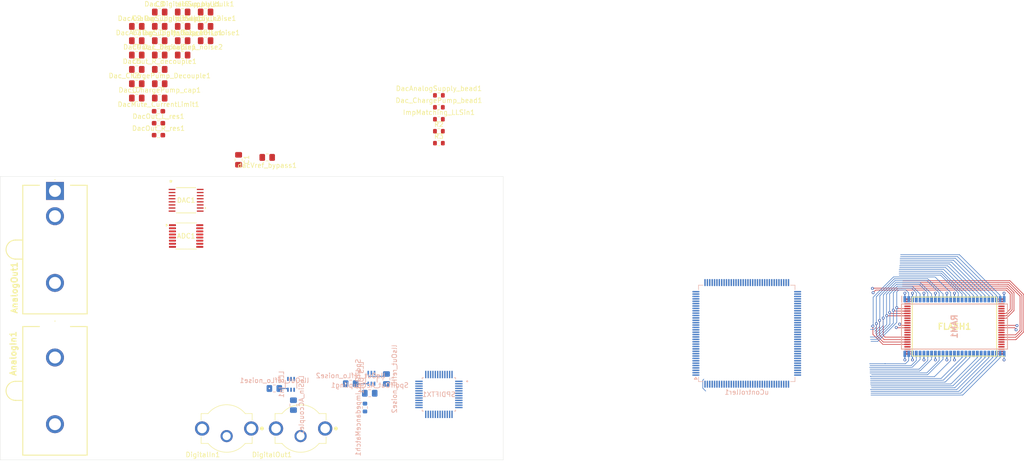
<source format=kicad_pcb>
(kicad_pcb (version 20240108) (generator "pcbnew") (generator_version "8.0")
  (layers (0 "F.Cu" signal "F_Analog.Cu") (1 "In1.Cu" signal "PWR") (2 "In2.Cu" signal "GND") (31 "B.Cu" signal "B_Digital.Cu") (34 "B.Paste" user) (35 "F.Paste" user) (36 "B.SilkS" user "B.Silkscreen") (37 "F.SilkS" user "F.Silkscreen") (38 "B.Mask" user) (39 "F.Mask" user) (44 "Edge.Cuts" user))
  (net 0 "")
  (net 1 "GNDA")
  (net 2 "/I2S1_WS")
  (net 3 "VDDA")
  (net 4 "VDD")
  (net 5 "/I2S1_SDI")
  (net 6 "/ADC_Reset")
  (net 7 "Net-(ADC1-RIN)")
  (net 8 "Net-(ADC1-REGO)")
  (net 9 "/I2S1_CK")
  (net 10 "/I2S1_MCK")
  (net 11 "Net-(ADC1-VCOM)")
  (net 12 "GNDD")
  (net 13 "Net-(ADC1-LIN)")
  (net 14 "Net-(AnalogIn1-Pad3)")
  (net 15 "Net-(AnalogIn1-Pad2)")
  (net 16 "Net-(AnalogOut1-Pad3)")
  (net 17 "Net-(AnalogOut1-Pad2)")
  (net 18 "Net-(DAC1-VREF)")
  (net 19 "Net-(DAC1-CPCB)")
  (net 20 "Net-(DAC1-CPOUT)")
  (net 21 "/I2S2_MCK")
  (net 22 "/I2S2_SDO")
  (net 23 "/I2S2_WS")
  (net 24 "Net-(DAC1-LINEVDD)")
  (net 25 "Net-(DAC1-MUTEB)")
  (net 26 "/I2S2_CK")
  (net 27 "Net-(DAC1-CPCA)")
  (net 28 "Net-(DAC1-VDDA)")
  (net 29 "Net-(DAC1-RLINEOUT)")
  (net 30 "Net-(DAC1-LLINEOU)")
  (net 31 "Net-(DigitalIn1-Pad2)")
  (net 32 "Net-(DigitalOut1-Pad2)")
  (net 33 "/FMC_D0")
  (net 35 "/FMC_D6")
  (net 37 "/FMC_NWAIT")
  (net 40 "/FMC_D7")
  (net 42 "/FMC_D1")
  (net 43 "/FMC_NOE")
  (net 46 "/FMC_D5")
  (net 49 "/FMC_NWE")
  (net 50 "/FMC_D4")
  (net 57 "/FMC_ALE")
  (net 58 "/FMC_NCE")
  (net 67 "/Flash_WP")
  (net 69 "/FMC_D3")
  (net 71 "/FMC_CLE")
  (net 75 "/FMC_D2")
  (net 77 "Net-(LLS In1-B)")
  (net 78 "VDD_DIV")
  (net 79 "/FMC_A3")
  (net 80 "VCCQ")
  (net 81 "/FMC_A9")
  (net 83 "/FMC_D11")
  (net 84 "/FMC_D10")
  (net 85 "/FMC_NBL0")
  (net 86 "/FMC_A7")
  (net 87 "/FMC_A2")
  (net 88 "/FMC_A1")
  (net 89 "/FMC_SDCKE0")
  (net 90 "/FMC_D15")
  (net 91 "/FMC_A0")
  (net 92 "/FMC_A6")
  (net 93 "/FMC_D8")
  (net 94 "/FMC_BA1")
  (net 95 "/FMC_A8")
  (net 96 "/FMC_D12")
  (net 97 "/FMC_D14")
  (net 98 "/FMC_SDNRAS")
  (net 99 "/FMC_SDNE0")
  (net 100 "/FMC_D9")
  (net 101 "/FMC_A4")
  (net 102 "/FMC_NBL1")
  (net 103 "/FMC_11")
  (net 104 "/FMC_BA0")
  (net 105 "/FMC_A5")
  (net 106 "/FMC_SDNWE")
  (net 107 "/FMC_SDCLK")
  (net 108 "/FMC_SDNCAS")
  (net 110 "/FMC_D13")
  (net 111 "/FMC_A10")
  (net 112 "Net-(LLS Out1-B)")
  (net 113 "Net-(SpdifOut_AcCoupling1-Pad2)")
  (net 117 "/I2S3_CK")
  (net 124 "/I2C1_SDA")
  (net 128 "/I2S3_WS")
  (net 140 "/I2S3_MCK")
  (net 143 "/SPDIFTX_OUT")
  (net 149 "/I2C1_SCL")
  (net 153 "/I2S3_SDO")
  (net 154 "/SPDIFRX_IN0")
  (net 211 "/FMC_A11")
  (footprint "Capacitor_SMD:C_0805_2012Metric_Pad1.18x1.45mm_HandSolder" (layer "F.Cu") (at 81.9625 72.51)
    (property "Reference" "DacAnalogSupply_noise1")
    (property "Value" "0.15u")
  )
  (footprint "CustomModels:FW6190" (layer "F.Cu") (at 60 104.0415 180)
    (property "Reference" "AnalogOut1")
    (property "Value" "FW6190" (hide yes))
  )
  (footprint "CustomModels:TSSOP16_NAU8402_NUV" (layer "F.Cu") (at 87.5 106)
    (property "Reference" "DAC1")
    (property "Value" "NAU8402WG")
  )
  (footprint "KiCad:SOP50P2000X120-48N" (layer "F.Cu") (at 248.6 132.5 180)
    (property "Reference" "FLASH1")
    (property "Value" "TC58BVG1S3HTA00" (hide yes))
  )
  (footprint "Resistor_SMD:R_0603_1608Metric" (layer "F.Cu") (at 140.5 86.48)
    (property "Reference" "Dac_ChargePump_bead1")
    (property "Value" "*TBD*")
  )
  (footprint "CustomModels:CUI_RCJ-027" (layer "F.Cu") (at 96 153.9 180)
    (property "Reference" "DigitalIn1")
    (property "Value" "RCJ-027")
  )
  (footprint "Capacitor_SMD:C_0805_2012Metric_Pad1.18x1.45mm_HandSolder" (layer "F.Cu") (at 81.9625 69.5)
    (property "Reference" "DacAnalogSupply_bulk1")
    (property "Value" "15u")
  )
  (footprint "Resistor_SMD:R_0603_1608Metric" (layer "F.Cu") (at 140.5 91.5)
    (property "Reference" "R2")
    (property "Value" "6.2k")
  )
  (footprint "Capacitor_SMD:C_0805_2012Metric_Pad1.18x1.45mm_HandSolder" (layer "F.Cu") (at 91.5825 66.49)
    (property "Reference" "dixSupply_bulk1")
    (property "Value" "15u")
  )
  (footprint "Capacitor_SMD:C_0805_2012Metric_Pad1.18x1.45mm_HandSolder" (layer "F.Cu") (at 81.9625 75.52)
    (property "Reference" "DacOut_L_decouple1")
    (property "Value" "2.7n")
  )
  (footprint "CustomModels:CUI_RCJ-027" (layer "F.Cu") (at 111.5 153.9 180)
    (property "Reference" "DigitalOut1")
    (property "Value" "RCJ-027")
  )
  (footprint "Capacitor_SMD:C_0805_2012Metric_Pad1.18x1.45mm_HandSolder" (layer "F.Cu") (at 81.9625 78.53)
    (property "Reference" "DacOut_R_decouple1")
    (property "Value" "2.7n")
  )
  (footprint "Capacitor_SMD:C_0805_2012Metric_Pad1.18x1.45mm_HandSolder" (layer "F.Cu") (at 104.5 97 180)
    (property "Reference" "dacVref_bypass1")
    (property "Value" "2.2uF")
  )
  (footprint "Resistor_SMD:R_0603_1608Metric_Pad0.98x0.95mm_HandSolder" (layer "F.Cu") (at 81.7025 87.31)
    (property "Reference" "DacMute_CurrentLimit1")
    (property "Value" "10k")
  )
  (footprint "Resistor_SMD:R_0603_1608Metric_Pad0.98x0.95mm_HandSolder" (layer "F.Cu") (at 81.7025 92.33)
    (property "Reference" "DacOut_R_res1")
    (property "Value" "500")
  )
  (footprint "Capacitor_SMD:C_0805_2012Metric_Pad1.18x1.45mm_HandSolder" (layer "F.Cu") (at 86.7725 69.5)
    (property "Reference" "Dac_DigitalSup_bulk2")
    (property "Value" "15u")
  )
  (footprint "Capacitor_SMD:C_0805_2012Metric_Pad1.18x1.45mm_HandSolder" (layer "F.Cu") (at 81.9625 66.49)
    (property "Reference" "C8")
    (property "Value" "1uF")
  )
  (footprint "Package_SO:TSSOP-16_4.4x5mm_P0.65mm" (layer "F.Cu") (at 87.5 113.5)
    (property "Reference" "ADC1")
    (property "Value" "AK5720VT")
  )
  (footprint "Capacitor_SMD:C_0805_2012Metric_Pad1.18x1.45mm_HandSolder" (layer "F.Cu") (at 86.7725 72.51)
    (property "Reference" "Dac_DigitalSup_noise1")
    (property "Value" "0.15u")
  )
  (footprint "Capacitor_SMD:C_0805_2012Metric_Pad1.18x1.45mm_HandSolder" (layer "F.Cu") (at 77.1525 75.52)
    (property "Reference" "C4")
    (property "Value" "10uF")
  )
  (footprint "Capacitor_SMD:C_0805_2012Metric_Pad1.18x1.45mm_HandSolder" (layer "F.Cu") (at 81.9625 81.54)
    (property "Reference" "Dac_ChargePump_Decouple1")
    (property "Value" "4.7uF")
  )
  (footprint "CustomModels:FW6190" (layer "F.Cu") (at 60 133.7 180)
    (property "Reference" "AnalogIn1")
    (property "Value" "FW6190" (hide yes))
  )
  (footprint "Capacitor_SMD:C_0805_2012Metric_Pad1.18x1.45mm_HandSolder" (layer "F.Cu") (at 77.1525 72.51)
    (property "Reference" "C3")
    (property "Value" "10uF")
  )
  (footprint "Capacitor_SMD:C_0805_2012Metric_Pad1.18x1.45mm_HandSolder" (layer "F.Cu") (at 91.5825 69.5)
    (property "Reference" "dixSupply_noise1")
    (property "Value" "0.15u")
  )
  (footprint "Capacitor_SMD:C_0805_2012Metric_Pad1.18x1.45mm_HandSolder" (layer "F.Cu") (at 77.1525 69.5)
    (property "Reference" "C2")
    (property "Value" "10uF")
  )
  (footprint "Resistor_SMD:R_0603_1608Metric" (layer "F.Cu") (at 140.5 94.01)
    (property "Reference" "R3")
    (property "Value" "1.6k")
  )
  (footprint "Capacitor_SMD:C_0805_2012Metric_Pad1.18x1.45mm_HandSolder" (layer "F.Cu") (at 77.1525 81.54)
    (property "Reference" "C6")
    (property "Value" "10uF")
  )
  (footprint "Capacitor_SMD:C_0805_2012Metric_Pad1.18x1.45mm_HandSolder" (layer "F.Cu") (at 91.5825 72.51)
    (property "Reference" "llsOut_refHi_noise1")
    (property "Value" "0.15u")
  )
  (footprint "Capacitor_SMD:C_0805_2012Metric_Pad1.18x1.45mm_HandSolder" (layer "F.Cu") (at 86.7725 75.52)
    (property "Reference" "Dac_DigitalSup_noise2")
    (property "Value" "0.15u")
  )
  (footprint "Resistor_SMD:R_0603_1608Metric" (layer "F.Cu") (at 140.5 83.97)
    (property "Reference" "DacAnalogSupply_bead1")
    (property "Value" "*TBD*")
  )
  (footprint "Capacitor_SMD:C_0805_2012Metric_Pad1.18x1.45mm_HandSolder" (layer "F.Cu") (at 77.1525 78.53)
    (property "Reference" "C5")
    (property "Value" "0.1uF")
  )
  (footprint "Capacitor_SMD:C_0805_2012Metric_Pad1.18x1.45mm_HandSolder" (layer "F.Cu") (at 81.9625 84.55)
    (property "Reference" "Dac_ChargePump_cap1")
    (property "Value" "220nF")
  )
  (footprint "Resistor_SMD:R_0603_1608Metric" (layer "F.Cu") (at 140.5 88.99)
    (property "Reference" "ImpMatching_LLSin1")
    (property "Value" "75")
  )
  (footprint "Resistor_SMD:R_0603_1608Metric_Pad0.98x0.95mm_HandSolder" (layer "F.Cu") (at 81.7025 89.82)
    (property "Reference" "DacOut_L_res1")
    (property "Value" "500")
  )
  (footprint "Capacitor_SMD:C_0805_2012Metric_Pad1.18x1.45mm_HandSolder" (layer "F.Cu") (at 86.7725 66.49)
    (property "Reference" "Dac_DigitalSup_bulk1")
    (property "Value" "15u")
  )
  (footprint "Capacitor_SMD:C_0805_2012Metric_Pad1.18x1.45mm_HandSolder" (layer "F.Cu") (at 77.1525 84.55)
    (property "Reference" "C7")
    (property "Value" "0.1uF")
  )
  (footprint "Capacitor_SMD:C_0805_2012Metric_Pad1.18x1.45mm_HandSolder" (layer "F.Cu") (at 98.5 97.5 -90)
    (property "Reference" "C1")
    (property "Value" "0.47uF")
  )
  (footprint "Capacitor_SMD:C_0805_2012Metric_Pad1.18x1.45mm_HandSolder" (layer "B.Cu") (at 106 145.5 180)
    (property "Reference" "llsOut_refLo_noise1")
    (property "Value" "0.15u")
  )
  (footprint "Resistor_SMD:R_0603_1608Metric" (layer "B.Cu") (at 125 149.5 -90)
    (property "Reference" "SpdifOut_ImpedanceMatch1")
    (property "Value" "75")
  )
  (footprint "Capacitor_SMD:C_0805_2012Metric_Pad1.18x1.45mm_HandSolder" (layer "B.Cu") (at 129.5 143.5 90)
    (property "Reference" "llsOut_refHi_noise2")
    (property "Value" "0.15u")
  )
  (footprint "CustomModels:SOP80P1176X120-54N" (layer "B.Cu") (at 248.6 132.5 -90)
    (property "Reference" "RAM1")
    (property "Value" "AS4C8M16SA-6TCN" (hide yes))
  )
  (footprint "CustomModels:DCK6_TEX" (layer "B.Cu") (at 109.5 144.63665 -90)
    (property "Reference" "LLS In1")
    (property "Value" "SN74AXCH1T45DCKR")
  )
  (footprint "Package_QFP:LQFP-144_20x20mm_P0.5mm" (layer "B.Cu") (at 205.05 133.9375)
    (property "Reference" "uController1")
    (property "Value" "STM32H7A3ZITx")
  )
  (footprint "Capacitor_SMD:C_0805_2012Metric_Pad1.18x1.45mm_HandSolder" (layer "B.Cu") (at 126 146.5 180)
    (property "Reference" "SpdifOut_AcCoupling1")
    (property "Value" "0.1u")
  )
  (footprint "CustomModels:DIX9211PTR" (layer "B.Cu") (at 140.5 146.75 180)
    (property "Reference" "SPDIFTX1")
    (property "Value" "DIX9211PTR")
  )
  (footprint "Capacitor_SMD:C_0805_2012Metric_Pad1.18x1.45mm_HandSolder" (layer "B.Cu") (at 110 149 90)
    (property "Reference" "LLSin_ACcouple1")
    (property "Value" "0.1u")
  )
  (footprint "CustomModels:DCK6_TEX" (layer "B.Cu") (at 126.350001 143.36335 -90)
    (property "Reference" "LLS Out1")
    (property "Value" "SN74AXCH1T45DCKR")
  )
  (footprint "Capacitor_SMD:C_0805_2012Metric_Pad1.18x1.45mm_HandSolder" (layer "B.Cu") (at 122 144.5 180)
    (property "Reference" "llsOut_refLo_noise2")
    (property "Value" "0.15u")
  )
  (gr_rect (start 48.5 101) (end 154 160.5) (stroke (width 0.05)) (fill none) (layer "Edge.Cuts"))
  (segment (start 236.4 132.7) (end 236.45 132.75) (width 0.127) (layer "F.Cu") (net 4))
  (segment (start 236.45 132.75) (end 238.75 132.75) (width 0.127) (layer "F.Cu") (net 4))
  (segment (start 258.45 132.75) (end 261.211669 132.75) (width 0.127) (layer "F.Cu") (net 4))
  (segment (start 261.425169 132.9635) (end 261.425169 133.0842) (width 0.127) (layer "F.Cu") (net 4))
  (segment (start 261.211669 132.75) (end 261.425169 132.9635) (width 0.127) (layer "F.Cu") (net 4))
  (segment (start 261.425169 133.0842) (end 261.523495 133.182526) (width 0.127) (layer "F.Cu") (net 4))
  (via (at 259 125.5) (size 0.6) (drill 0.3) (layers "F.Cu" "B.Cu") (net 4))
  (via (at 236.4 132.7) (size 0.6) (drill 0.3) (layers "F.Cu" "B.Cu") (net 4))
  (via (at 238.2 125.5) (size 0.6) (drill 0.3) (layers "F.Cu" "B.Cu") (net 4))
  (via (at 261.523495 133.182526) (size 0.6) (drill 0.3) (layers "F.Cu" "B.Cu") (net 4))
  (via (at 248.6 125.5) (size 0.6) (drill 0.3) (layers "F.Cu" "B.Cu") (net 4))
  (segment (start 248.6 126.772) (end 248.6 125.5) (width 0.2) (layer "B.Cu") (net 4))
  (segment (start 259 126.772) (end 259 125.5) (width 0.2) (layer "B.Cu") (net 4))
  (segment (start 238.2 126.772) (end 238.2 125.5) (width 0.2) (layer "B.Cu") (net 4))
  (segment (start 129.5 142.4625) (end 129.48125 142.48125) (width 0.2) (layer "B.Cu") (net 4))
  (segment (start 125.700002 142.85215) (end 125.700002 142.2267) (width 0.2) (layer "B.Cu") (net 4))
  (segment (start 129.01035 142.95215) (end 125.800002 142.95215) (width 0.2) (layer "B.Cu") (net 4))
  (segment (start 129.48125 142.48125) (end 129.01035 142.95215) (width 0.2) (layer "B.Cu") (net 4))
  (segment (start 125.800002 142.95215) (end 125.700002 142.85215) (width 0.2) (layer "B.Cu") (net 4))
  (segment (start 258.45 132.25) (end 261.65 132.25) (width 0.127) (layer "F.Cu") (net 12))
  (segment (start 261.65 132.25) (end 261.7 132.3) (width 0.127) (layer "F.Cu") (net 12))
  (segment (start 237.35 132.25) (end 238.75 132.25) (width 0.127) (layer "F.Cu") (net 12))
  (segment (start 237.1 132) (end 237.35 132.25) (width 0.127) (layer "F.Cu") (net 12))
  (via (at 237.1 132) (size 0.6) (drill 0.3) (layers "F.Cu" "B.Cu") (net 12))
  (via (at 247 125.5) (size 0.6) (drill 0.3) (layers "F.Cu" "B.Cu") (net 12))
  (via (at 261.7 132.3) (size 0.6) (drill 0.3) (layers "F.Cu" "B.Cu") (net 12))
  (via (at 242.2 125.5) (size 0.6) (drill 0.3) (layers "F.Cu" "B.Cu") (net 12))
  (via (at 259 139.5) (size 0.6) (drill 0.3) (layers "F.Cu" "B.Cu") (net 12))
  (via (at 248.6 139.5) (size 0.6) (drill 0.3) (layers "F.Cu" "B.Cu") (net 12))
  (via (at 239.8 139.5) (size 0.6) (drill 0.3) (layers "F.Cu" "B.Cu") (net 12))
  (via (at 238.2 139.5) (size 0.6) (drill 0.3) (layers "F.Cu" "B.Cu") (net 12))
  (via (at 244.6 139.5) (size 0.6) (drill 0.3) (layers "F.Cu" "B.Cu") (net 12))
  (via blind (at 120.9625 144.5) (size 0.6) (drill 0.3) (layers "In2.Cu" "B.Cu") (net 12))
  (via blind (at 129.5 144.5375) (size 0.6) (drill 0.3) (layers "In2.Cu" "B.Cu") (net 12))
  (via blind (at 104.9625 145.5) (size 0.6) (drill 0.3) (layers "In2.Cu" "B.Cu") (net 12))
  (segment (start 259 139.5) (end 259 138.228) (width 0.127) (layer "B.Cu") (net 12))
  (segment (start 238.2 138.228) (end 238.2 139.5) (width 0.2) (layer "B.Cu") (net 12))
  (segment (start 247 126.772) (end 247 125.5) (width 0.2) (layer "B.Cu") (net 12))
  (segment (start 248.6 138.228) (end 248.6 139.5) (width 0.2) (layer "B.Cu") (net 12))
  (segment (start 242.2 126.772) (end 242.2 125.5) (width 0.2) (layer "B.Cu") (net 12))
  (segment (start 244.6 138.228) (end 244.6 139.5) (width 0.2) (layer "B.Cu") (net 12))
  (segment (start 239.8 138.228) (end 239.8 139.5) (width 0.2) (layer "B.Cu") (net 12))
  (segment (start 236.5 128.540648) (end 236.709352 128.75) (width 0.127) (layer "F.Cu") (net 33))
  (segment (start 236.709352 128.75) (end 238.75 128.75) (width 0.127) (layer "F.Cu") (net 33))
  (via (at 236.5 128.540648) (size 0.6) (drill 0.3) (layers "F.Cu" "B.Cu") (net 33))
  (segment (start 239 125.418237) (end 239 126.772) (width 0.127) (layer "B.Cu") (net 33))
  (segment (start 232.53157 135.6) (end 231.1 135.6) (width 0.127) (layer "B.Cu") (net 33))
  (segment (start 236.5 131.63157) (end 235.95 132.18157) (width 0.127) (layer "B.Cu") (net 33))
  (segment (start 238.381763 124.8) (end 239 125.418237) (width 0.127) (layer "B.Cu") (net 33))
  (segment (start 236.5 125.239699) (end 236.5 128.540648) (width 0.127) (layer "B.Cu") (net 33))
  (segment (start 236.939699 124.8) (end 238.381763 124.8) (width 0.127) (layer "B.Cu") (net 33))
  (segment (start 235.95 132.18157) (end 232.53157 135.6) (width 0.127) (layer "B.Cu") (net 33))
  (segment (start 236.5 128.540648) (end 236.5 131.63157) (width 0.127) (layer "B.Cu") (net 33))
  (segment (start 236.939699 124.8) (end 236.5 125.239699) (width 0.127) (layer "B.Cu") (net 33))
  (segment (start 232.223245 131.9) (end 232.223245 134.323245) (width 0.127) (layer "F.Cu") (net 35))
  (segment (start 232.223245 134.323245) (end 233.65 135.75) (width 0.127) (layer "F.Cu") (net 35))
  (segment (start 233.65 135.75) (end 238.75 135.75) (width 0.127) (layer "F.Cu") (net 35))
  (via (at 232.223245 131.9) (size 0.6) (drill 0.3) (layers "F.Cu" "B.Cu") (net 35))
  (segment (start 232.223245 126.232648) (end 235.977893 122.478) (width 0.127) (layer "B.Cu") (net 35))
  (segment (start 232.223245 131.9) (end 232.223245 132.624522) (width 0.127) (layer "B.Cu") (net 35))
  (segment (start 231.1 133.1) (end 231 133.1) (width 0.127) (layer "B.Cu") (net 35))
  (segment (start 246.2 125.670936) (end 246.2 126.772) (width 0.127) (layer "B.Cu") (net 35))
  (segment (start 235.977893 122.478) (end 243.007064 122.478) (width 0.127) (layer "B.Cu") (net 35))
  (segment (start 231.747767 133.1) (end 231.1 133.1) (width 0.127) (layer "B.Cu") (net 35))
  (segment (start 232.223245 132.624522) (end 231.747767 133.1) (width 0.127) (layer "B.Cu") (net 35))
  (segment (start 232.223245 131.9) (end 232.223245 126.232648) (width 0.127) (layer "B.Cu") (net 35))
  (segment (start 243.007064 122.478) (end 246.2 125.670936) (width 0.127) (layer "B.Cu") (net 35))
  (segment (start 263.1375 133.601453) (end 263.1375 125.790199) (width 0.127) (layer "F.Cu") (net 37))
  (segment (start 260.199301 122.852) (end 237.8 122.852) (width 0.127) (layer "F.Cu") (net 37))
  (segment (start 261.488954 135.25) (end 261.601953 135.137) (width 0.127) (layer "F.Cu") (net 37))
  (segment (start 258.45 135.25) (end 261.488954 135.25) (width 0.127) (layer "F.Cu") (net 37))
  (segment (start 263.1375 125.790199) (end 260.199301 122.852) (width 0.127) (layer "F.Cu") (net 37))
  (segment (start 261.601953 135.137) (end 263.1375 133.601453) (width 0.127) (layer "F.Cu") (net 37))
  (segment (start 231.5 134.1473) (end 233.6027 136.25) (width 0.127) (layer "F.Cu") (net 40))
  (segment (start 233.6027 136.25) (end 238.75 136.25) (width 0.127) (layer "F.Cu") (net 40))
  (segment (start 231.5 132.431464) (end 231.5 134.1473) (width 0.127) (layer "F.Cu") (net 40))
  (segment (start 231.488986 132.42045) (end 231.5 132.431464) (width 0.127) (layer "F.Cu") (net 40))
  (via (at 231.488986 132.42045) (size 0.6) (drill 0.3) (layers "F.Cu" "B.Cu") (net 40))
  (segment (start 231.488986 132.42045) (end 231.12045 132.42045) (width 0.127) (layer "B.Cu") (net 40))
  (segment (start 247.8 125.361669) (end 247.8 126.772) (width 0.127) (layer "B.Cu") (net 40))
  (segment (start 231.559745 132.349691) (end 231.559745 126.348847) (width 0.127) (layer "B.Cu") (net 40))
  (segment (start 231.488986 132.42045) (end 231.559745 132.349691) (width 0.127) (layer "B.Cu") (net 40))
  (segment (start 231.559745 126.348847) (end 235.817592 122.091) (width 0.127) (layer "B.Cu") (net 40))
  (segment (start 244.529331 122.091) (end 247.8 125.361669) (width 0.127) (layer "B.Cu") (net 40))
  (segment (start 235.817592 122.091) (end 244.529331 122.091) (width 0.127) (layer "B.Cu") (net 40))
  (segment (start 237.803 129.25) (end 238.75 129.25) (width 0.127) (layer "F.Cu") (net 42))
  (segment (start 235.780342 129.081108) (end 235.949234 129.25) (width 0.127) (layer "F.Cu") (net 42))
  (segment (start 235.949234 129.25) (end 238.75 129.25) (width 0.127) (layer "F.Cu") (net 42))
  (via (at 235.780342 129.081108) (size 0.6) (drill 0.3) (layers "F.Cu" "B.Cu") (net 42))
  (segment (start 240.6 126.772) (end 240.6 125.418237) (width 0.127) (layer "B.Cu") (net 42))
  (segment (start 235.780342 129.081108) (end 235.780342 131.803927) (width 0.127) (layer "B.Cu") (net 42))
  (segment (start 235.780342 131.803927) (end 232.397269 135.187) (width 0.127) (layer "B.Cu") (net 42))
  (segment (start 236.779398 124.413) (end 235.780342 125.412056) (width 0.127) (layer "B.Cu") (net 42))
  (segment (start 235.780342 125.412056) (end 235.780342 129.081108) (width 0.127) (layer "B.Cu") (net 42))
  (segment (start 240.6 125.418237) (end 239.594763 124.413) (width 0.127) (layer "B.Cu") (net 42))
  (segment (start 232.397269 135.187) (end 231 135.187) (width 0.127) (layer "B.Cu") (net 42))
  (segment (start 239.594763 124.413) (end 236.779398 124.413) (width 0.127) (layer "B.Cu") (net 42))
  (segment (start 260.039 123.239) (end 259.9 123.239) (width 0.127) (layer "F.Cu") (net 43))
  (segment (start 259.9 123.239) (end 237.7 123.239) (width 0.127) (layer "F.Cu") (net 43))
  (segment (start 262.7505 133.441153) (end 262.7505 125.9505) (width 0.127) (layer "F.Cu") (net 43))
  (segment (start 258.45 134.75) (end 261.441653 134.75) (width 0.127) (layer "F.Cu") (net 43))
  (segment (start 261.441653 134.75) (end 262.7505 133.441153) (width 0.127) (layer "F.Cu") (net 43))
  (segment (start 262.7505 125.9505) (end 260.039 123.239) (width 0.127) (layer "F.Cu") (net 43))
  (segment (start 232.913053 134.313053) (end 233.85 135.25) (width 0.127) (layer "F.Cu") (net 46))
  (segment (start 233.85 135.25) (end 238.75 135.25) (width 0.127) (layer "F.Cu") (net 46))
  (segment (start 232.913053 131.224289) (end 232.913053 134.313053) (width 0.127) (layer "F.Cu") (net 46))
  (via (at 232.913053 131.224289) (size 0.6) (drill 0.3) (layers "F.Cu" "B.Cu") (net 46))
  (segment (start 232.951597 126.051597) (end 232.951153 126.052041) (width 0.127) (layer "B.Cu") (net 46))
  (segment (start 232.913053 132.482014) (end 231.895067 133.5) (width 0.127) (layer "B.Cu") (net 46))
  (segment (start 236.138194 122.865) (end 232.951597 126.051597) (width 0.127) (layer "B.Cu") (net 46))
  (segment (start 232.951597 126.051597) (end 232.951597 131.185745) (width 0.127) (layer "B.Cu") (net 46))
  (segment (start 232.913053 131.224289) (end 232.913053 132.482014) (width 0.127) (layer "B.Cu") (net 46))
  (segment (start 232.951597 131.185745) (end 232.913053 131.224289) (width 0.127) (layer "B.Cu") (net 46))
  (segment (start 242.846763 122.865) (end 236.138194 122.865) (width 0.127) (layer "B.Cu") (net 46))
  (segment (start 245.4 126.772) (end 245.4 125.418237) (width 0.127) (layer "B.Cu") (net 46))
  (segment (start 245.4 125.418237) (end 242.846763 122.865) (width 0.127) (layer "B.Cu") (net 46))
  (segment (start 260.3 125.7) (end 260.3 128.847) (width 0.127) (layer "F.Cu") (net 49))
  (segment (start 259.397 129.75) (end 258.45 129.75) (width 0.127) (layer "F.Cu") (net 49))
  (segment (start 231.547959 125.387757) (end 232.099216 124.8365) (width 0.127) (layer "F.Cu") (net 49))
  (segment (start 259.4365 124.8365) (end 260.3 125.7) (width 0.127) (layer "F.Cu") (net 49))
  (segment (start 260.3 128.847) (end 259.397 129.75) (width 0.127) (layer "F.Cu") (net 49))
  (segment (start 232.099216 124.8365) (end 259.4365 124.8365) (width 0.127) (layer "F.Cu") (net 49))
  (via (at 231.547959 125.387757) (size 0.6) (drill 0.3) (layers "F.Cu" "B.Cu") (net 49))
  (segment (start 234.0235 134.7235) (end 238.7235 134.7235) (width 0.127) (layer "F.Cu") (net 50))
  (segment (start 233.662533 134.362533) (end 234.0235 134.7235) (width 0.127) (layer "F.Cu") (net 50))
  (segment (start 238.7235 134.7235) (end 238.75 134.75) (width 0.127) (layer "F.Cu") (net 50))
  (segment (start 233.662533 130.726009) (end 233.662533 134.362533) (width 0.127) (layer "F.Cu") (net 50))
  (via (at 233.662533 130.726009) (size 0.6) (drill 0.3) (layers "F.Cu" "B.Cu") (net 50))
  (segment (start 241.381064 123.252) (end 243.8 125.670936) (width 0.127) (layer "B.Cu") (net 50))
  (segment (start 233.662533 132.279834) (end 232.042367 133.9) (width 0.127) (layer "B.Cu") (net 50))
  (segment (start 233.662533 130.726009) (end 233.7 130.688542) (width 0.127) (layer "B.Cu") (net 50))
  (segment (start 243.8 125.670936) (end 243.8 126.772) (width 0.127) (layer "B.Cu") (net 50))
  (segment (start 233.7 130.688542) (end 233.7 125.850495) (width 0.127) (layer "B.Cu") (net 50))
  (segment (start 236.298495 123.252) (end 241.381064 123.252) (width 0.127) (layer "B.Cu") (net 50))
  (segment (start 233.7 125.850495) (end 236.298495 123.252) (width 0.127) (layer "B.Cu") (net 50))
  (segment (start 233.662533 130.726009) (end 233.662533 132.279834) (width 0.127) (layer "B.Cu") (net 50))
  (segment (start 258.45 130.25) (end 259.444301 130.25) (width 0.127) (layer "F.Cu") (net 57))
  (segment (start 260.687 129.007301) (end 260.687 125.539699) (width 0.127) (layer "F.Cu") (net 57))
  (segment (start 231.4505 124.4495) (end 231.4 124.5) (width 0.127) (layer "F.Cu") (net 57))
  (segment (start 260.687 125.539699) (end 259.596801 124.4495) (width 0.127) (layer "F.Cu") (net 57))
  (segment (start 259.596801 124.4495) (end 237.5 124.4495) (width 0.127) (layer "F.Cu") (net 57))
  (segment (start 259.444301 130.25) (end 260.687 129.007301) (width 0.127) (layer "F.Cu") (net 57))
  (segment (start 237.5 124.4495) (end 231.4505 124.4495) (width 0.127) (layer "F.Cu") (net 57))
  (via (at 231.4 124.5) (size 0.6) (drill 0.3) (layers "F.Cu" "B.Cu") (net 57))
  (segment (start 259.867903 123.626) (end 257.8 123.626) (width 0.127) (layer "F.Cu") (net 58))
  (segment (start 262.3635 133.280852) (end 262.3635 126.121597) (width 0.127) (layer "F.Cu") (net 58))
  (segment (start 258.45 134.25) (end 261.394352 134.25) (width 0.127) (layer "F.Cu") (net 58))
  (segment (start 261.394352 134.25) (end 262.3635 133.280852) (width 0.127) (layer "F.Cu") (net 58))
  (segment (start 257.8 123.626) (end 237.7 123.626) (width 0.127) (layer "F.Cu") (net 58))
  (segment (start 262.3635 126.121597) (end 259.867903 123.626) (width 0.127) (layer "F.Cu") (net 58))
  (segment (start 234.439079 130.25) (end 238.75 130.25) (width 0.127) (layer "F.Cu") (net 69))
  (segment (start 234.401854 130.212775) (end 234.439079 130.25) (width 0.127) (layer "F.Cu") (net 69))
  (via (at 234.401854 130.212775) (size 0.6) (drill 0.3) (layers "F.Cu" "B.Cu") (net 69))
  (segment (start 234.401854 130.212775) (end 234.401854 132.087814) (width 0.127) (layer "B.Cu") (net 69))
  (segment (start 234.350458 130.161379) (end 234.401854 130.212775) (width 0.127) (layer "B.Cu") (net 69))
  (segment (start 236.458796 123.639) (end 234.350458 125.747338) (width 0.127) (layer "B.Cu") (net 69))
  (segment (start 236.458796 123.639) (end 241.220763 123.639) (width 0.127) (layer "B.Cu") (net 69))
  (segment (start 234.401854 132.087814) (end 232.202668 134.287) (width 0.127) (layer "B.Cu") (net 69))
  (segment (start 243 125.418237) (end 243 126.772) (width 0.127) (layer "B.Cu") (net 69))
  (segment (start 241.220763 123.639) (end 243 125.418237) (width 0.127) (layer "B.Cu") (net 69))
  (segment (start 234.350458 125.747338) (end 234.350458 130.161379) (width 0.127) (layer "B.Cu") (net 69))
  (segment (start 259.707602 124.013) (end 237.7 124.013) (width 0.127) (layer "F.Cu") (net 71))
  (segment (start 261.074 125.379398) (end 259.707602 124.013) (width 0.127) (layer "F.Cu") (net 71))
  (segment (start 258.45 130.75) (end 259.491602 130.75) (width 0.127) (layer "F.Cu") (net 71))
  (segment (start 261.074 129.167602) (end 261.074 125.379398) (width 0.127) (layer "F.Cu") (net 71))
  (segment (start 259.491602 130.75) (end 261.074 129.167602) (width 0.127) (layer "F.Cu") (net 71))
  (segment (start 238.75 129.75) (end 237.850301 129.75) (width 0.127) (layer "F.Cu") (net 75))
  (segment (start 235.210981 129.75) (end 238.75 129.75) (width 0.127) (layer "F.Cu") (net 75))
  (segment (start 235.013958 129.552977) (end 235.210981 129.75) (width 0.127) (layer "F.Cu") (net 75))
  (via (at 235.013958 129.552977) (size 0.6) (drill 0.3) (layers "F.Cu" "B.Cu") (net 75))
  (segment (start 195.8265 145.429644) (end 195.8265 143.770356) (width 0.127) (layer "B.Cu") (net 75))
  (segment (start 196.444856 146.048) (end 195.8265 145.429644) (width 0.127) (layer "B.Cu") (net 75))
  (segment (start 235.065354 129.604373) (end 235.065354 131.971614) (width 0.127) (layer "B.Cu") (net 75))
  (segment (start 195.8265 143.770356) (end 196.057856 143.539) (width 0.127) (layer "B.Cu") (net 75))
  (segment (start 241.4 125.670936) (end 241.4 126.772) (width 0.127) (layer "B.Cu") (net 75))
  (segment (start 236.619097 124.026) (end 239.755064 124.026) (width 0.127) (layer "B.Cu") (net 75))
  (segment (start 235.013958 125.631139) (end 235.013958 129.552977) (width 0.127) (layer "B.Cu") (net 75))
  (segment (start 235.013958 129.552977) (end 235.065354 129.604373) (width 0.127) (layer "B.Cu") (net 75))
  (segment (start 232.336968 134.7) (end 230.939699 134.7) (width 0.127) (layer "B.Cu") (net 75))
  (segment (start 236.619097 124.026) (end 235.013958 125.631139) (width 0.127) (layer "B.Cu") (net 75))
  (segment (start 235.065354 131.971614) (end 232.336968 134.7) (width 0.127) (layer "B.Cu") (net 75))
  (segment (start 239.755064 124.026) (end 241.4 125.670936) (width 0.127) (layer "B.Cu") (net 75))
  (segment (start 107.0375 145.5) (end 108.576701 145.5) (width 0.2) (layer "B.Cu") (net 78))
  (segment (start 108.576701 145.5) (end 108.850001 145.7733) (width 0.2) (layer "B.Cu") (net 78))
  (segment (start 123.0375 144.5) (end 125.700002 144.5) (width 0.2) (layer "B.Cu") (net 78))
  (segment (start 249.6395 117.417) (end 237.3 117.417) (width 0.127) (layer "B.Cu") (net 79))
  (segment (start 258.2 126.772) (end 258.2 125.9775) (width 0.127) (layer "B.Cu") (net 79))
  (segment (start 258.2 125.9775) (end 249.6395 117.417) (width 0.127) (layer "B.Cu") (net 79))
  (via (at 244.6 125.5) (size 0.6) (drill 0.3) (layers "F.Cu" "B.Cu") (net 80))
  (via (at 242.2 139.5) (size 0.6) (drill 0.3) (layers "F.Cu" "B.Cu") (net 80))
  (via (at 247 139.5) (size 0.6) (drill 0.3) (layers "F.Cu" "B.Cu") (net 80))
  (via (at 239.8 125.5) (size 0.6) (drill 0.3) (layers "F.Cu" "B.Cu") (net 80))
  (segment (start 242.2 138.228) (end 242.2 139.5) (width 0.2) (layer "B.Cu") (net 80))
  (segment (start 239.8 126.772) (end 239.8 125.5) (width 0.2) (layer "B.Cu") (net 80))
  (segment (start 244.6 126.772) (end 244.6 125.5) (width 0.2) (layer "B.Cu") (net 80))
  (segment (start 247 138.228) (end 247 139.5) (width 0.2) (layer "B.Cu") (net 80))
  (segment (start 254.2 138.228) (end 254.2 139.0225) (width 0.127) (layer "B.Cu") (net 81))
  (segment (start 254.2 139.0225) (end 248.2745 144.948) (width 0.127) (layer "B.Cu") (net 81))
  (segment (start 248.2745 144.948) (end 231.1 144.948) (width 0.127) (layer "B.Cu") (net 81))
  (segment (start 243.8 139.385632) (end 241.337632 141.848) (width 0.127) (layer "B.Cu") (net 83))
  (segment (start 241.337632 141.848) (end 230.9 141.848) (width 0.127) (layer "B.Cu") (net 83))
  (segment (start 243.8 138.228) (end 243.8 139.385632) (width 0.127) (layer "B.Cu") (net 83))
  (segment (start 245.4 139.638331) (end 242.803331 142.235) (width 0.127) (layer "B.Cu") (net 84))
  (segment (start 242.803331 142.235) (end 230.9 142.235) (width 0.127) (layer "B.Cu") (net 84))
  (segment (start 245.4 138.228) (end 245.4 139.638331) (width 0.127) (layer "B.Cu") (net 84))
  (segment (start 250.2 138.228) (end 250.2 139.0025) (width 0.127) (layer "B.Cu") (net 85))
  (segment (start 250.2 139.0025) (end 245.8025 143.4) (width 0.127) (layer "B.Cu") (net 85))
  (segment (start 245.8025 143.4) (end 231 143.4) (width 0.127) (layer "B.Cu") (net 85))
  (segment (start 249.1005 145.722) (end 231.022 145.722) (width 0.127) (layer "B.Cu") (net 86))
  (segment (start 255.9765 138.1235) (end 255.9765 137.9) (width 0.127) (layer "B.Cu") (net 86))
  (segment (start 231.022 145.722) (end 231 145.7) (width 0.127) (layer "B.Cu") (net 86))
  (segment (start 255.8 139.0225) (end 249.1005 145.722) (width 0.127) (layer "B.Cu") (net 86))
  (segment (start 255.872 138.228) (end 255.9765 138.1235) (width 0.127) (layer "B.Cu") (net 86))
  (segment (start 255.8 138.228) (end 255.8 139.0225) (width 0.127) (layer "B.Cu") (net 86))
  (segment (start 255.8 138.228) (end 255.872 138.228) (width 0.127) (layer "B.Cu") (net 86))
  (segment (start 249.2265 117.804) (end 237.3 117.804) (width 0.127) (layer "B.Cu") (net 87))
  (segment (start 257.4 126.772) (end 257.4 125.9775) (width 0.127) (layer "B.Cu") (net 87))
  (segment (start 257.4 125.9775) (end 249.2265 117.804) (width 0.127) (layer "B.Cu") (net 87))
  (segment (start 256.6 125.9775) (end 248.8135 118.191) (width 0.127) (layer "B.Cu") (net 88))
  (segment (start 256.6 126.772) (end 256.6 125.9775) (width 0.127) (layer "B.Cu") (net 88))
  (segment (start 248.8135 118.191) (end 237.2 118.191) (width 0.127) (layer "B.Cu") (net 88))
  (segment (start 251.8 139.0225) (end 246.6485 144.174) (width 0.127) (layer "B.Cu") (net 89))
  (segment (start 246.6485 144.174) (end 231 144.174) (width 0.127) (layer "B.Cu") (net 89))
  (segment (start 251.8 138.228) (end 251.8 139.0225) (width 0.127) (layer "B.Cu") (net 89))
  (segment (start 234.1 140.3) (end 230.8 140.3) (width 0.127) (layer "B.Cu") (net 90))
  (segment (start 239 138.228) (end 239 139.638331) (width 0.127) (layer "B.Cu") (net 90))
  (segment (start 239 139.638331) (end 238.338331 140.3) (width 0.127) (layer "B.Cu") (net 90))
  (segment (start 238.338331 140.3) (end 234.1 140.3) (width 0.127) (layer "B.Cu") (net 90))
  (segment (start 234.1 140.3) (end 234 140.3) (width 0.127) (layer "B.Cu") (net 90))
  (segment (start 248.4005 118.578) (end 237.2 118.578) (width 0.127) (layer "B.Cu") (net 91))
  (segment (start 255.8955 126.073) (end 248.4005 118.578) (width 0.127) (layer "B.Cu") (net 91))
  (segment (start 255.8 126.772) (end 255.8955 126.772) (width 0.127) (layer "B.Cu") (net 91))
  (segment (start 255.8955 126.772) (end 255.8955 126.073) (width 0.127) (layer "B.Cu") (net 91))
  (segment (start 256.6 139.0225) (end 249.5135 146.109) (width 0.127) (layer "B.Cu") (net 92))
  (segment (start 256.6 138.228) (end 256.6 139.0225) (width 0.127) (layer "B.Cu") (net 92))
  (segment (start 249.5135 146.109) (end 231.1 146.109) (width 0.127) (layer "B.Cu") (net 92))
  (segment (start 247.8 138.228) (end 247.8 139.638331) (width 0.127) (layer "B.Cu") (net 93))
  (segment (start 231.039699 143.009) (end 231.015349 142.984651) (width 0.127) (layer "B.Cu") (net 93))
  (segment (start 230.965349 142.934651) (end 231.015349 142.984651) (width 0.127) (layer "B.Cu") (net 93))
  (segment (start 230.965349 142.93465) (end 230.965349 142.934651) (width 0.127) (layer "B.Cu") (net 93))
  (segment (start 244.429331 143.009) (end 231.039699 143.009) (width 0.127) (layer "B.Cu") (net 93))
  (segment (start 247.8 139.638331) (end 244.429331 143.009) (width 0.127) (layer "B.Cu") (net 93))
  (segment (start 254.2 125.9775) (end 247.5745 119.352) (width 0.127) (layer "B.Cu") (net 94))
  (segment (start 247.5745 119.352) (end 237.2 119.352) (width 0.127) (layer "B.Cu") (net 94))
  (segment (start 254.2 126.772) (end 254.2 125.9775) (width 0.127) (layer "B.Cu") (net 94))
  (segment (start 255 139.0225) (end 255 138.228) (width 0.127) (layer "B.Cu") (net 95))
  (segment (start 231.2 145.335) (end 248.6875 145.335) (width 0.127) (layer "B.Cu") (net 95))
  (segment (start 248.6875 145.335) (end 255 139.0225) (width 0.127) (layer "B.Cu") (net 95))
  (segment (start 241.177331 141.461) (end 230.9 141.461) (width 0.127) (layer "B.Cu") (net 96))
  (segment (start 243 138.228) (end 243 139.638331) (width 0.127) (layer "B.Cu") (net 96))
  (segment (start 243 139.638331) (end 241.177331 141.461) (width 0.127) (layer "B.Cu") (net 96))
  (segment (start 240.6 138.228) (end 240.6 139.638331) (width 0.127) (layer "B.Cu") (net 97))
  (segment (start 239.551331 140.687) (end 230.9 140.687) (width 0.127) (layer "B.Cu") (net 97))
  (segment (start 240.6 139.638331) (end 239.551331 140.687) (width 0.127) (layer "B.Cu") (net 97))
  (segment (start 251.8 126.772) (end 251.8 125.9775) (width 0.127) (layer "B.Cu") (net 98))
  (segment (start 251.8 125.9775) (end 246.3355 120.513) (width 0.127) (layer "B.Cu") (net 98))
  (segment (start 246.3355 120.513) (end 237 120.513) (width 0.127) (layer "B.Cu") (net 98))
  (segment (start 246.7485 120.126) (end 237.1 120.126) (width 0.127) (layer "B.Cu") (net 99))
  (segment (start 252.6 125.9775) (end 246.7485 120.126) (width 0.127) (layer "B.Cu") (net 99))
  (segment (start 252.6 126.772) (end 252.6 125.9775) (width 0.127) (layer "B.Cu") (net 99))
  (segment (start 246.2 139.385632) (end 242.963632 142.622) (width 0.127) (layer "B.Cu") (net 100))
  (segment (start 242.963632 142.622) (end 231.2 142.622) (width 0.127) (layer "B.Cu") (net 100))
  (segment (start 246.2 138.228) (end 246.2 139.385632) (width 0.127) (layer "B.Cu") (net 100))
  (segment (start 258.2 139.0225) (end 250.3395 146.883) (width 0.127) (layer "B.Cu") (net 101))
  (segment (start 250.3395 146.883) (end 231.1 146.883) (width 0.127) (layer "B.Cu") (net 101))
  (segment (start 258.2 138.228) (end 258.2 139.0225) (width 0.127) (layer "B.Cu") (net 101))
  (segment (start 245.685763 121.704) (end 237 121.704) (width 0.127) (layer "B.Cu") (net 102))
  (segment (start 249.4 125.418237) (end 245.685763 121.704) (width 0.127) (layer "B.Cu") (net 102))
  (segment (start 249.4 126.772) (end 249.4 125.418237) (width 0.127) (layer "B.Cu") (net 102))
  (segment (start 247.8615 144.561) (end 231 144.561) (width 0.127) (layer "B.Cu") (net 103))
  (segment (start 253.4 138.228) (end 253.4 139.0225) (width 0.127) (layer "B.Cu") (net 103))
  (segment (start 253.4 139.0225) (end 247.8615 144.561) (width 0.127) (layer "B.Cu") (net 103))
  (segment (start 247.1615 119.739) (end 237.1 119.739) (width 0.127) (layer "B.Cu") (net 104))
  (segment (start 253.4 125.9775) (end 247.1615 119.739) (width 0.127) (layer "B.Cu") (net 104))
  (segment (start 253.4 126.772) (end 253.4 125.9775) (width 0.127) (layer "B.Cu") (net 104))
  (segment (start 257.4 138.228) (end 257.4 139.0225) (width 0.127) (layer "B.Cu") (net 105))
  (segment (start 249.9265 146.496) (end 231.1 146.496) (width 0.127) (layer "B.Cu") (net 105))
  (segment (start 257.4 139.0225) (end 249.9265 146.496) (width 0.127) (layer "B.Cu") (net 105))
  (segment (start 250.2 125.670936) (end 245.829064 121.3) (width 0.127) (layer "B.Cu") (net 106))
  (segment (start 245.829064 121.3) (end 237 121.3) (width 0.127) (layer "B.Cu") (net 106))
  (segment (start 250.2 126.772) (end 250.2 125.670936) (width 0.127) (layer "B.Cu") (net 106))
  (segment (start 246.2355 143.787) (end 231 143.787) (width 0.127) (layer "B.Cu") (net 107))
  (segment (start 251 139.0225) (end 246.2355 143.787) (width 0.127) (layer "B.Cu") (net 107))
  (segment (start 251 138.228) (end 251 139.0225) (width 0.127) (layer "B.Cu") (net 107))
  (segment (start 251 125.923635) (end 245.976365 120.9) (width 0.127) (layer "B.Cu") (net 108))
  (segment (start 245.976365 120.9) (end 237 120.9) (width 0.127) (layer "B.Cu") (net 108))
  (segment (start 251 126.772) (end 251 125.923635) (width 0.127) (layer "B.Cu") (net 108))
  (segment (start 241.4 139.385632) (end 239.711632 141.074) (width 0.127) (layer "B.Cu") (net 110))
  (segment (start 241.4 138.228) (end 241.4 139.385632) (width 0.127) (layer "B.Cu") (net 110))
  (segment (start 239.711632 141.074) (end 230.8 141.074) (width 0.127) (layer "B.Cu") (net 110))
  (segment (start 255 125.9775) (end 247.9875 118.965) (width 0.127) (layer "B.Cu") (net 111))
  (segment (start 247.9875 118.965) (end 237.2 118.965) (width 0.127) (layer "B.Cu") (net 111))
  (segment (start 255 126.772) (end 255 125.9775) (width 0.127) (layer "B.Cu") (net 111))
)
</source>
